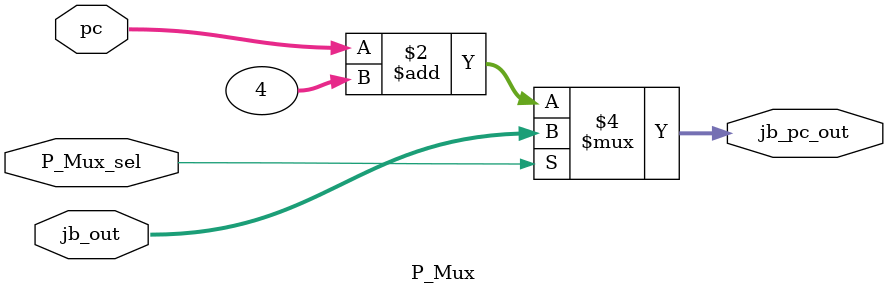
<source format=v>
module P_Mux(
  input [31:0] jb_out,
  input [31:0] pc,
  //sel
  input P_Mux_sel,
  //out
  output reg[31:0] jb_pc_out
);

always@(*)begin
	if(P_Mux_sel)
	jb_pc_out=jb_out;
	else 

	jb_pc_out=pc+32'd4;
end
endmodule


</source>
